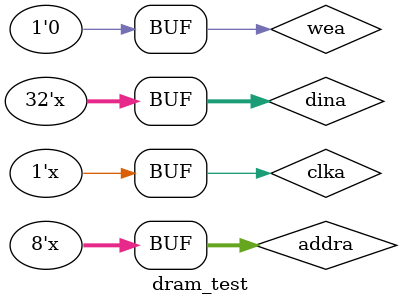
<source format=v>
`timescale 1ns / 1ps


module dram_test;

	// Inputs
	reg clka;
	reg [0:0] wea;
	reg [7:0] addra;
	reg [31:0] dina;

	// Outputs
	wire [31:0] douta;

	// Instantiate the Unit Under Test (UUT)
	dram uut (
		.clka(clka), 
		.wea(wea), 
		.addra(addra), 
		.dina(dina), 
		.douta(douta)
	);

	initial begin
		// Initialize Inputs
		clka = 0;
		wea = 0;
		addra = 0;
		dina = 0;

		// Wait 100 ns for global reset to finish

	end
	always #10 begin clka = ~clka;  end
	always #20 begin
	    dina <= dina + 2; 
		 addra <= addra + 1; 
		 end
      
endmodule


</source>
